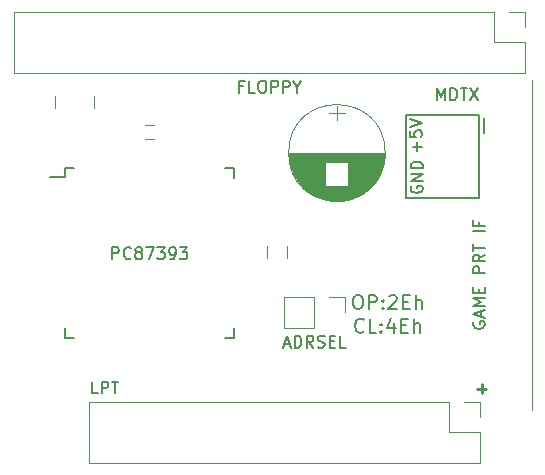
<source format=gto>
G04 #@! TF.FileFunction,Legend,Top*
%FSLAX46Y46*%
G04 Gerber Fmt 4.6, Leading zero omitted, Abs format (unit mm)*
G04 Created by KiCad (PCBNEW 4.0.6) date Mon Aug 28 16:48:00 2017*
%MOMM*%
%LPD*%
G01*
G04 APERTURE LIST*
%ADD10C,0.100000*%
%ADD11C,0.200000*%
%ADD12C,0.250000*%
%ADD13C,0.150000*%
%ADD14C,0.120000*%
G04 APERTURE END LIST*
D10*
D11*
X174760000Y-120840000D02*
X174712381Y-120935238D01*
X174712381Y-121078095D01*
X174760000Y-121220953D01*
X174855238Y-121316191D01*
X174950476Y-121363810D01*
X175140952Y-121411429D01*
X175283810Y-121411429D01*
X175474286Y-121363810D01*
X175569524Y-121316191D01*
X175664762Y-121220953D01*
X175712381Y-121078095D01*
X175712381Y-120982857D01*
X175664762Y-120840000D01*
X175617143Y-120792381D01*
X175283810Y-120792381D01*
X175283810Y-120982857D01*
X175426667Y-120411429D02*
X175426667Y-119935238D01*
X175712381Y-120506667D02*
X174712381Y-120173334D01*
X175712381Y-119840000D01*
X175712381Y-119506667D02*
X174712381Y-119506667D01*
X175426667Y-119173333D01*
X174712381Y-118840000D01*
X175712381Y-118840000D01*
X175188571Y-118363810D02*
X175188571Y-118030476D01*
X175712381Y-117887619D02*
X175712381Y-118363810D01*
X174712381Y-118363810D01*
X174712381Y-117887619D01*
X175712381Y-116697143D02*
X174712381Y-116697143D01*
X174712381Y-116316190D01*
X174760000Y-116220952D01*
X174807619Y-116173333D01*
X174902857Y-116125714D01*
X175045714Y-116125714D01*
X175140952Y-116173333D01*
X175188571Y-116220952D01*
X175236190Y-116316190D01*
X175236190Y-116697143D01*
X175712381Y-115125714D02*
X175236190Y-115459048D01*
X175712381Y-115697143D02*
X174712381Y-115697143D01*
X174712381Y-115316190D01*
X174760000Y-115220952D01*
X174807619Y-115173333D01*
X174902857Y-115125714D01*
X175045714Y-115125714D01*
X175140952Y-115173333D01*
X175188571Y-115220952D01*
X175236190Y-115316190D01*
X175236190Y-115697143D01*
X174712381Y-114840000D02*
X174712381Y-114268571D01*
X175712381Y-114554286D02*
X174712381Y-114554286D01*
X175712381Y-113173333D02*
X174712381Y-113173333D01*
X175188571Y-112363809D02*
X175188571Y-112697143D01*
X175712381Y-112697143D02*
X174712381Y-112697143D01*
X174712381Y-112220952D01*
X171664524Y-102052381D02*
X171664524Y-101052381D01*
X171997858Y-101766667D01*
X172331191Y-101052381D01*
X172331191Y-102052381D01*
X172807381Y-102052381D02*
X172807381Y-101052381D01*
X173045476Y-101052381D01*
X173188334Y-101100000D01*
X173283572Y-101195238D01*
X173331191Y-101290476D01*
X173378810Y-101480952D01*
X173378810Y-101623810D01*
X173331191Y-101814286D01*
X173283572Y-101909524D01*
X173188334Y-102004762D01*
X173045476Y-102052381D01*
X172807381Y-102052381D01*
X173664524Y-101052381D02*
X174235953Y-101052381D01*
X173950238Y-102052381D02*
X173950238Y-101052381D01*
X174474048Y-101052381D02*
X175140715Y-102052381D01*
X175140715Y-101052381D02*
X174474048Y-102052381D01*
D12*
X175069548Y-126499929D02*
X175831453Y-126499929D01*
X175450501Y-126880881D02*
X175450501Y-126118976D01*
D11*
X175641000Y-103568500D02*
X175641000Y-104838500D01*
X169489500Y-109346904D02*
X169441881Y-109442142D01*
X169441881Y-109584999D01*
X169489500Y-109727857D01*
X169584738Y-109823095D01*
X169679976Y-109870714D01*
X169870452Y-109918333D01*
X170013310Y-109918333D01*
X170203786Y-109870714D01*
X170299024Y-109823095D01*
X170394262Y-109727857D01*
X170441881Y-109584999D01*
X170441881Y-109489761D01*
X170394262Y-109346904D01*
X170346643Y-109299285D01*
X170013310Y-109299285D01*
X170013310Y-109489761D01*
X170441881Y-108870714D02*
X169441881Y-108870714D01*
X170441881Y-108299285D01*
X169441881Y-108299285D01*
X170441881Y-107823095D02*
X169441881Y-107823095D01*
X169441881Y-107585000D01*
X169489500Y-107442142D01*
X169584738Y-107346904D01*
X169679976Y-107299285D01*
X169870452Y-107251666D01*
X170013310Y-107251666D01*
X170203786Y-107299285D01*
X170299024Y-107346904D01*
X170394262Y-107442142D01*
X170441881Y-107585000D01*
X170441881Y-107823095D01*
X169997429Y-106378214D02*
X169997429Y-105616309D01*
X170378381Y-105997261D02*
X169616476Y-105997261D01*
X169378381Y-104663928D02*
X169378381Y-105140119D01*
X169854571Y-105187738D01*
X169806952Y-105140119D01*
X169759333Y-105044881D01*
X169759333Y-104806785D01*
X169806952Y-104711547D01*
X169854571Y-104663928D01*
X169949810Y-104616309D01*
X170187905Y-104616309D01*
X170283143Y-104663928D01*
X170330762Y-104711547D01*
X170378381Y-104806785D01*
X170378381Y-105044881D01*
X170330762Y-105140119D01*
X170283143Y-105187738D01*
X169378381Y-104330595D02*
X170378381Y-103997262D01*
X169378381Y-103663928D01*
X155265715Y-100893571D02*
X154932381Y-100893571D01*
X154932381Y-101417381D02*
X154932381Y-100417381D01*
X155408572Y-100417381D01*
X156265715Y-101417381D02*
X155789524Y-101417381D01*
X155789524Y-100417381D01*
X156789524Y-100417381D02*
X156980001Y-100417381D01*
X157075239Y-100465000D01*
X157170477Y-100560238D01*
X157218096Y-100750714D01*
X157218096Y-101084048D01*
X157170477Y-101274524D01*
X157075239Y-101369762D01*
X156980001Y-101417381D01*
X156789524Y-101417381D01*
X156694286Y-101369762D01*
X156599048Y-101274524D01*
X156551429Y-101084048D01*
X156551429Y-100750714D01*
X156599048Y-100560238D01*
X156694286Y-100465000D01*
X156789524Y-100417381D01*
X157646667Y-101417381D02*
X157646667Y-100417381D01*
X158027620Y-100417381D01*
X158122858Y-100465000D01*
X158170477Y-100512619D01*
X158218096Y-100607857D01*
X158218096Y-100750714D01*
X158170477Y-100845952D01*
X158122858Y-100893571D01*
X158027620Y-100941190D01*
X157646667Y-100941190D01*
X158646667Y-101417381D02*
X158646667Y-100417381D01*
X159027620Y-100417381D01*
X159122858Y-100465000D01*
X159170477Y-100512619D01*
X159218096Y-100607857D01*
X159218096Y-100750714D01*
X159170477Y-100845952D01*
X159122858Y-100893571D01*
X159027620Y-100941190D01*
X158646667Y-100941190D01*
X159837143Y-100941190D02*
X159837143Y-101417381D01*
X159503810Y-100417381D02*
X159837143Y-100941190D01*
X160170477Y-100417381D01*
X142938572Y-126880881D02*
X142462381Y-126880881D01*
X142462381Y-125880881D01*
X143271905Y-126880881D02*
X143271905Y-125880881D01*
X143652858Y-125880881D01*
X143748096Y-125928500D01*
X143795715Y-125976119D01*
X143843334Y-126071357D01*
X143843334Y-126214214D01*
X143795715Y-126309452D01*
X143748096Y-126357071D01*
X143652858Y-126404690D01*
X143271905Y-126404690D01*
X144129048Y-125880881D02*
X144700477Y-125880881D01*
X144414762Y-126880881D02*
X144414762Y-125880881D01*
X164855858Y-118548357D02*
X165084429Y-118548357D01*
X165198715Y-118605500D01*
X165313001Y-118719786D01*
X165370143Y-118948357D01*
X165370143Y-119348357D01*
X165313001Y-119576929D01*
X165198715Y-119691214D01*
X165084429Y-119748357D01*
X164855858Y-119748357D01*
X164741572Y-119691214D01*
X164627286Y-119576929D01*
X164570143Y-119348357D01*
X164570143Y-118948357D01*
X164627286Y-118719786D01*
X164741572Y-118605500D01*
X164855858Y-118548357D01*
X165884429Y-119748357D02*
X165884429Y-118548357D01*
X166341572Y-118548357D01*
X166455858Y-118605500D01*
X166513001Y-118662643D01*
X166570144Y-118776929D01*
X166570144Y-118948357D01*
X166513001Y-119062643D01*
X166455858Y-119119786D01*
X166341572Y-119176929D01*
X165884429Y-119176929D01*
X167084429Y-119634071D02*
X167141572Y-119691214D01*
X167084429Y-119748357D01*
X167027286Y-119691214D01*
X167084429Y-119634071D01*
X167084429Y-119748357D01*
X167084429Y-119005500D02*
X167141572Y-119062643D01*
X167084429Y-119119786D01*
X167027286Y-119062643D01*
X167084429Y-119005500D01*
X167084429Y-119119786D01*
X167598715Y-118662643D02*
X167655858Y-118605500D01*
X167770144Y-118548357D01*
X168055858Y-118548357D01*
X168170144Y-118605500D01*
X168227287Y-118662643D01*
X168284430Y-118776929D01*
X168284430Y-118891214D01*
X168227287Y-119062643D01*
X167541573Y-119748357D01*
X168284430Y-119748357D01*
X168798715Y-119119786D02*
X169198715Y-119119786D01*
X169370144Y-119748357D02*
X168798715Y-119748357D01*
X168798715Y-118548357D01*
X169370144Y-118548357D01*
X169884429Y-119748357D02*
X169884429Y-118548357D01*
X170398715Y-119748357D02*
X170398715Y-119119786D01*
X170341572Y-119005500D01*
X170227286Y-118948357D01*
X170055858Y-118948357D01*
X169941572Y-119005500D01*
X169884429Y-119062643D01*
X165455858Y-121634071D02*
X165398715Y-121691214D01*
X165227286Y-121748357D01*
X165113000Y-121748357D01*
X164941572Y-121691214D01*
X164827286Y-121576929D01*
X164770143Y-121462643D01*
X164713000Y-121234071D01*
X164713000Y-121062643D01*
X164770143Y-120834071D01*
X164827286Y-120719786D01*
X164941572Y-120605500D01*
X165113000Y-120548357D01*
X165227286Y-120548357D01*
X165398715Y-120605500D01*
X165455858Y-120662643D01*
X166541572Y-121748357D02*
X165970143Y-121748357D01*
X165970143Y-120548357D01*
X166941572Y-121634071D02*
X166998715Y-121691214D01*
X166941572Y-121748357D01*
X166884429Y-121691214D01*
X166941572Y-121634071D01*
X166941572Y-121748357D01*
X166941572Y-121005500D02*
X166998715Y-121062643D01*
X166941572Y-121119786D01*
X166884429Y-121062643D01*
X166941572Y-121005500D01*
X166941572Y-121119786D01*
X168027287Y-120948357D02*
X168027287Y-121748357D01*
X167741573Y-120491214D02*
X167455858Y-121348357D01*
X168198716Y-121348357D01*
X168655858Y-121119786D02*
X169055858Y-121119786D01*
X169227287Y-121748357D02*
X168655858Y-121748357D01*
X168655858Y-120548357D01*
X169227287Y-120548357D01*
X169741572Y-121748357D02*
X169741572Y-120548357D01*
X170255858Y-121748357D02*
X170255858Y-121119786D01*
X170198715Y-121005500D01*
X170084429Y-120948357D01*
X169913001Y-120948357D01*
X169798715Y-121005500D01*
X169741572Y-121062643D01*
D13*
X169085000Y-103335000D02*
X169085000Y-110335000D01*
X175185000Y-103335000D02*
X169085000Y-103335000D01*
X169085000Y-110335000D02*
X175185000Y-110335000D01*
X175185000Y-110335000D02*
X175185000Y-103335000D01*
D14*
X179705000Y-100330000D02*
X179705000Y-128270000D01*
X157265000Y-114435000D02*
X157265000Y-115435000D01*
X158965000Y-115435000D02*
X158965000Y-114435000D01*
X147670000Y-105375000D02*
X146970000Y-105375000D01*
X146970000Y-104175000D02*
X147670000Y-104175000D01*
X167285000Y-106525000D02*
G75*
G03X167285000Y-106525000I-4090000J0D01*
G01*
X167245000Y-106525000D02*
X159145000Y-106525000D01*
X167245000Y-106565000D02*
X159145000Y-106565000D01*
X167245000Y-106605000D02*
X159145000Y-106605000D01*
X167244000Y-106645000D02*
X159146000Y-106645000D01*
X167242000Y-106685000D02*
X159148000Y-106685000D01*
X167241000Y-106725000D02*
X159149000Y-106725000D01*
X167238000Y-106765000D02*
X159152000Y-106765000D01*
X167236000Y-106805000D02*
X159154000Y-106805000D01*
X167233000Y-106845000D02*
X159157000Y-106845000D01*
X167230000Y-106885000D02*
X159160000Y-106885000D01*
X167226000Y-106925000D02*
X159164000Y-106925000D01*
X167222000Y-106965000D02*
X159168000Y-106965000D01*
X167217000Y-107005000D02*
X159173000Y-107005000D01*
X167212000Y-107045000D02*
X159178000Y-107045000D01*
X167207000Y-107085000D02*
X159183000Y-107085000D01*
X167201000Y-107125000D02*
X159189000Y-107125000D01*
X167195000Y-107165000D02*
X159195000Y-107165000D01*
X167189000Y-107205000D02*
X159201000Y-107205000D01*
X167182000Y-107246000D02*
X159208000Y-107246000D01*
X167174000Y-107286000D02*
X159216000Y-107286000D01*
X167166000Y-107326000D02*
X164175000Y-107326000D01*
X162215000Y-107326000D02*
X159224000Y-107326000D01*
X167158000Y-107366000D02*
X164175000Y-107366000D01*
X162215000Y-107366000D02*
X159232000Y-107366000D01*
X167150000Y-107406000D02*
X164175000Y-107406000D01*
X162215000Y-107406000D02*
X159240000Y-107406000D01*
X167141000Y-107446000D02*
X164175000Y-107446000D01*
X162215000Y-107446000D02*
X159249000Y-107446000D01*
X167131000Y-107486000D02*
X164175000Y-107486000D01*
X162215000Y-107486000D02*
X159259000Y-107486000D01*
X167121000Y-107526000D02*
X164175000Y-107526000D01*
X162215000Y-107526000D02*
X159269000Y-107526000D01*
X167111000Y-107566000D02*
X164175000Y-107566000D01*
X162215000Y-107566000D02*
X159279000Y-107566000D01*
X167100000Y-107606000D02*
X164175000Y-107606000D01*
X162215000Y-107606000D02*
X159290000Y-107606000D01*
X167089000Y-107646000D02*
X164175000Y-107646000D01*
X162215000Y-107646000D02*
X159301000Y-107646000D01*
X167078000Y-107686000D02*
X164175000Y-107686000D01*
X162215000Y-107686000D02*
X159312000Y-107686000D01*
X167065000Y-107726000D02*
X164175000Y-107726000D01*
X162215000Y-107726000D02*
X159325000Y-107726000D01*
X167053000Y-107766000D02*
X164175000Y-107766000D01*
X162215000Y-107766000D02*
X159337000Y-107766000D01*
X167040000Y-107806000D02*
X164175000Y-107806000D01*
X162215000Y-107806000D02*
X159350000Y-107806000D01*
X167027000Y-107846000D02*
X164175000Y-107846000D01*
X162215000Y-107846000D02*
X159363000Y-107846000D01*
X167013000Y-107886000D02*
X164175000Y-107886000D01*
X162215000Y-107886000D02*
X159377000Y-107886000D01*
X166998000Y-107926000D02*
X164175000Y-107926000D01*
X162215000Y-107926000D02*
X159392000Y-107926000D01*
X166984000Y-107966000D02*
X164175000Y-107966000D01*
X162215000Y-107966000D02*
X159406000Y-107966000D01*
X166968000Y-108006000D02*
X164175000Y-108006000D01*
X162215000Y-108006000D02*
X159422000Y-108006000D01*
X166953000Y-108046000D02*
X164175000Y-108046000D01*
X162215000Y-108046000D02*
X159437000Y-108046000D01*
X166936000Y-108086000D02*
X164175000Y-108086000D01*
X162215000Y-108086000D02*
X159454000Y-108086000D01*
X166920000Y-108126000D02*
X164175000Y-108126000D01*
X162215000Y-108126000D02*
X159470000Y-108126000D01*
X166902000Y-108166000D02*
X164175000Y-108166000D01*
X162215000Y-108166000D02*
X159488000Y-108166000D01*
X166885000Y-108206000D02*
X164175000Y-108206000D01*
X162215000Y-108206000D02*
X159505000Y-108206000D01*
X166866000Y-108246000D02*
X164175000Y-108246000D01*
X162215000Y-108246000D02*
X159524000Y-108246000D01*
X166847000Y-108286000D02*
X164175000Y-108286000D01*
X162215000Y-108286000D02*
X159543000Y-108286000D01*
X166828000Y-108326000D02*
X164175000Y-108326000D01*
X162215000Y-108326000D02*
X159562000Y-108326000D01*
X166808000Y-108366000D02*
X164175000Y-108366000D01*
X162215000Y-108366000D02*
X159582000Y-108366000D01*
X166788000Y-108406000D02*
X164175000Y-108406000D01*
X162215000Y-108406000D02*
X159602000Y-108406000D01*
X166767000Y-108446000D02*
X164175000Y-108446000D01*
X162215000Y-108446000D02*
X159623000Y-108446000D01*
X166745000Y-108486000D02*
X164175000Y-108486000D01*
X162215000Y-108486000D02*
X159645000Y-108486000D01*
X166723000Y-108526000D02*
X164175000Y-108526000D01*
X162215000Y-108526000D02*
X159667000Y-108526000D01*
X166700000Y-108566000D02*
X164175000Y-108566000D01*
X162215000Y-108566000D02*
X159690000Y-108566000D01*
X166677000Y-108606000D02*
X164175000Y-108606000D01*
X162215000Y-108606000D02*
X159713000Y-108606000D01*
X166653000Y-108646000D02*
X164175000Y-108646000D01*
X162215000Y-108646000D02*
X159737000Y-108646000D01*
X166629000Y-108686000D02*
X164175000Y-108686000D01*
X162215000Y-108686000D02*
X159761000Y-108686000D01*
X166603000Y-108726000D02*
X164175000Y-108726000D01*
X162215000Y-108726000D02*
X159787000Y-108726000D01*
X166578000Y-108766000D02*
X164175000Y-108766000D01*
X162215000Y-108766000D02*
X159812000Y-108766000D01*
X166551000Y-108806000D02*
X164175000Y-108806000D01*
X162215000Y-108806000D02*
X159839000Y-108806000D01*
X166524000Y-108846000D02*
X164175000Y-108846000D01*
X162215000Y-108846000D02*
X159866000Y-108846000D01*
X166496000Y-108886000D02*
X164175000Y-108886000D01*
X162215000Y-108886000D02*
X159894000Y-108886000D01*
X166467000Y-108926000D02*
X164175000Y-108926000D01*
X162215000Y-108926000D02*
X159923000Y-108926000D01*
X166438000Y-108966000D02*
X164175000Y-108966000D01*
X162215000Y-108966000D02*
X159952000Y-108966000D01*
X166408000Y-109006000D02*
X164175000Y-109006000D01*
X162215000Y-109006000D02*
X159982000Y-109006000D01*
X166377000Y-109046000D02*
X164175000Y-109046000D01*
X162215000Y-109046000D02*
X160013000Y-109046000D01*
X166345000Y-109086000D02*
X164175000Y-109086000D01*
X162215000Y-109086000D02*
X160045000Y-109086000D01*
X166313000Y-109126000D02*
X164175000Y-109126000D01*
X162215000Y-109126000D02*
X160077000Y-109126000D01*
X166279000Y-109166000D02*
X164175000Y-109166000D01*
X162215000Y-109166000D02*
X160111000Y-109166000D01*
X166245000Y-109206000D02*
X164175000Y-109206000D01*
X162215000Y-109206000D02*
X160145000Y-109206000D01*
X166210000Y-109246000D02*
X164175000Y-109246000D01*
X162215000Y-109246000D02*
X160180000Y-109246000D01*
X166174000Y-109286000D02*
X160216000Y-109286000D01*
X166137000Y-109326000D02*
X160253000Y-109326000D01*
X166099000Y-109366000D02*
X160291000Y-109366000D01*
X166060000Y-109406000D02*
X160330000Y-109406000D01*
X166019000Y-109446000D02*
X160371000Y-109446000D01*
X165978000Y-109486000D02*
X160412000Y-109486000D01*
X165935000Y-109526000D02*
X160455000Y-109526000D01*
X165892000Y-109566000D02*
X160498000Y-109566000D01*
X165847000Y-109606000D02*
X160543000Y-109606000D01*
X165800000Y-109646000D02*
X160590000Y-109646000D01*
X165752000Y-109686000D02*
X160638000Y-109686000D01*
X165703000Y-109726000D02*
X160687000Y-109726000D01*
X165652000Y-109766000D02*
X160738000Y-109766000D01*
X165599000Y-109806000D02*
X160791000Y-109806000D01*
X165544000Y-109846000D02*
X160846000Y-109846000D01*
X165488000Y-109886000D02*
X160902000Y-109886000D01*
X165429000Y-109926000D02*
X160961000Y-109926000D01*
X165368000Y-109966000D02*
X161022000Y-109966000D01*
X165304000Y-110006000D02*
X161086000Y-110006000D01*
X165238000Y-110046000D02*
X161152000Y-110046000D01*
X165169000Y-110086000D02*
X161221000Y-110086000D01*
X165097000Y-110126000D02*
X161293000Y-110126000D01*
X165021000Y-110166000D02*
X161369000Y-110166000D01*
X164940000Y-110206000D02*
X161450000Y-110206000D01*
X164855000Y-110246000D02*
X161535000Y-110246000D01*
X164765000Y-110286000D02*
X161625000Y-110286000D01*
X164668000Y-110326000D02*
X161722000Y-110326000D01*
X164564000Y-110366000D02*
X161826000Y-110366000D01*
X164449000Y-110406000D02*
X161941000Y-110406000D01*
X164322000Y-110446000D02*
X162068000Y-110446000D01*
X164178000Y-110486000D02*
X162212000Y-110486000D01*
X164009000Y-110526000D02*
X162381000Y-110526000D01*
X163793000Y-110566000D02*
X162597000Y-110566000D01*
X163441000Y-110606000D02*
X162949000Y-110606000D01*
X163195000Y-102575000D02*
X163195000Y-103775000D01*
X163845000Y-103175000D02*
X162545000Y-103175000D01*
X135830000Y-94555000D02*
X135830000Y-99755000D01*
X176530000Y-94555000D02*
X135830000Y-94555000D01*
X179130000Y-99755000D02*
X135830000Y-99755000D01*
X176530000Y-94555000D02*
X176530000Y-97155000D01*
X176530000Y-97155000D02*
X179130000Y-97155000D01*
X179130000Y-97155000D02*
X179130000Y-99755000D01*
X177800000Y-94555000D02*
X179130000Y-94555000D01*
X179130000Y-94555000D02*
X179130000Y-95885000D01*
X158690000Y-118685000D02*
X158690000Y-121345000D01*
X161290000Y-118685000D02*
X158690000Y-118685000D01*
X161290000Y-121345000D02*
X158690000Y-121345000D01*
X161290000Y-118685000D02*
X161290000Y-121345000D01*
X162560000Y-118685000D02*
X163890000Y-118685000D01*
X163890000Y-118685000D02*
X163890000Y-120015000D01*
D13*
X140145000Y-107840000D02*
X140145000Y-108565000D01*
X154495000Y-107840000D02*
X154495000Y-108640000D01*
X154495000Y-122190000D02*
X154495000Y-121390000D01*
X140145000Y-122190000D02*
X140145000Y-121390000D01*
X140145000Y-107840000D02*
X140945000Y-107840000D01*
X140145000Y-122190000D02*
X140945000Y-122190000D01*
X154495000Y-122190000D02*
X153695000Y-122190000D01*
X154495000Y-107840000D02*
X153695000Y-107840000D01*
X140145000Y-108565000D02*
X138870000Y-108565000D01*
D14*
X142180000Y-127575000D02*
X142180000Y-132775000D01*
X172720000Y-127575000D02*
X142180000Y-127575000D01*
X175320000Y-132775000D02*
X142180000Y-132775000D01*
X172720000Y-127575000D02*
X172720000Y-130175000D01*
X172720000Y-130175000D02*
X175320000Y-130175000D01*
X175320000Y-130175000D02*
X175320000Y-132775000D01*
X173990000Y-127575000D02*
X175320000Y-127575000D01*
X175320000Y-127575000D02*
X175320000Y-128905000D01*
X142650000Y-101735000D02*
X142650000Y-102735000D01*
X139290000Y-101735000D02*
X139290000Y-102735000D01*
D13*
X158718571Y-122721667D02*
X159194762Y-122721667D01*
X158623333Y-123007381D02*
X158956666Y-122007381D01*
X159290000Y-123007381D01*
X159623333Y-123007381D02*
X159623333Y-122007381D01*
X159861428Y-122007381D01*
X160004286Y-122055000D01*
X160099524Y-122150238D01*
X160147143Y-122245476D01*
X160194762Y-122435952D01*
X160194762Y-122578810D01*
X160147143Y-122769286D01*
X160099524Y-122864524D01*
X160004286Y-122959762D01*
X159861428Y-123007381D01*
X159623333Y-123007381D01*
X161194762Y-123007381D02*
X160861428Y-122531190D01*
X160623333Y-123007381D02*
X160623333Y-122007381D01*
X161004286Y-122007381D01*
X161099524Y-122055000D01*
X161147143Y-122102619D01*
X161194762Y-122197857D01*
X161194762Y-122340714D01*
X161147143Y-122435952D01*
X161099524Y-122483571D01*
X161004286Y-122531190D01*
X160623333Y-122531190D01*
X161575714Y-122959762D02*
X161718571Y-123007381D01*
X161956667Y-123007381D01*
X162051905Y-122959762D01*
X162099524Y-122912143D01*
X162147143Y-122816905D01*
X162147143Y-122721667D01*
X162099524Y-122626429D01*
X162051905Y-122578810D01*
X161956667Y-122531190D01*
X161766190Y-122483571D01*
X161670952Y-122435952D01*
X161623333Y-122388333D01*
X161575714Y-122293095D01*
X161575714Y-122197857D01*
X161623333Y-122102619D01*
X161670952Y-122055000D01*
X161766190Y-122007381D01*
X162004286Y-122007381D01*
X162147143Y-122055000D01*
X162575714Y-122483571D02*
X162909048Y-122483571D01*
X163051905Y-123007381D02*
X162575714Y-123007381D01*
X162575714Y-122007381D01*
X163051905Y-122007381D01*
X163956667Y-123007381D02*
X163480476Y-123007381D01*
X163480476Y-122007381D01*
X144177143Y-115514381D02*
X144177143Y-114514381D01*
X144558096Y-114514381D01*
X144653334Y-114562000D01*
X144700953Y-114609619D01*
X144748572Y-114704857D01*
X144748572Y-114847714D01*
X144700953Y-114942952D01*
X144653334Y-114990571D01*
X144558096Y-115038190D01*
X144177143Y-115038190D01*
X145748572Y-115419143D02*
X145700953Y-115466762D01*
X145558096Y-115514381D01*
X145462858Y-115514381D01*
X145320000Y-115466762D01*
X145224762Y-115371524D01*
X145177143Y-115276286D01*
X145129524Y-115085810D01*
X145129524Y-114942952D01*
X145177143Y-114752476D01*
X145224762Y-114657238D01*
X145320000Y-114562000D01*
X145462858Y-114514381D01*
X145558096Y-114514381D01*
X145700953Y-114562000D01*
X145748572Y-114609619D01*
X146320000Y-114942952D02*
X146224762Y-114895333D01*
X146177143Y-114847714D01*
X146129524Y-114752476D01*
X146129524Y-114704857D01*
X146177143Y-114609619D01*
X146224762Y-114562000D01*
X146320000Y-114514381D01*
X146510477Y-114514381D01*
X146605715Y-114562000D01*
X146653334Y-114609619D01*
X146700953Y-114704857D01*
X146700953Y-114752476D01*
X146653334Y-114847714D01*
X146605715Y-114895333D01*
X146510477Y-114942952D01*
X146320000Y-114942952D01*
X146224762Y-114990571D01*
X146177143Y-115038190D01*
X146129524Y-115133429D01*
X146129524Y-115323905D01*
X146177143Y-115419143D01*
X146224762Y-115466762D01*
X146320000Y-115514381D01*
X146510477Y-115514381D01*
X146605715Y-115466762D01*
X146653334Y-115419143D01*
X146700953Y-115323905D01*
X146700953Y-115133429D01*
X146653334Y-115038190D01*
X146605715Y-114990571D01*
X146510477Y-114942952D01*
X147034286Y-114514381D02*
X147700953Y-114514381D01*
X147272381Y-115514381D01*
X147986667Y-114514381D02*
X148605715Y-114514381D01*
X148272381Y-114895333D01*
X148415239Y-114895333D01*
X148510477Y-114942952D01*
X148558096Y-114990571D01*
X148605715Y-115085810D01*
X148605715Y-115323905D01*
X148558096Y-115419143D01*
X148510477Y-115466762D01*
X148415239Y-115514381D01*
X148129524Y-115514381D01*
X148034286Y-115466762D01*
X147986667Y-115419143D01*
X149081905Y-115514381D02*
X149272381Y-115514381D01*
X149367620Y-115466762D01*
X149415239Y-115419143D01*
X149510477Y-115276286D01*
X149558096Y-115085810D01*
X149558096Y-114704857D01*
X149510477Y-114609619D01*
X149462858Y-114562000D01*
X149367620Y-114514381D01*
X149177143Y-114514381D01*
X149081905Y-114562000D01*
X149034286Y-114609619D01*
X148986667Y-114704857D01*
X148986667Y-114942952D01*
X149034286Y-115038190D01*
X149081905Y-115085810D01*
X149177143Y-115133429D01*
X149367620Y-115133429D01*
X149462858Y-115085810D01*
X149510477Y-115038190D01*
X149558096Y-114942952D01*
X149891429Y-114514381D02*
X150510477Y-114514381D01*
X150177143Y-114895333D01*
X150320001Y-114895333D01*
X150415239Y-114942952D01*
X150462858Y-114990571D01*
X150510477Y-115085810D01*
X150510477Y-115323905D01*
X150462858Y-115419143D01*
X150415239Y-115466762D01*
X150320001Y-115514381D01*
X150034286Y-115514381D01*
X149939048Y-115466762D01*
X149891429Y-115419143D01*
M02*

</source>
